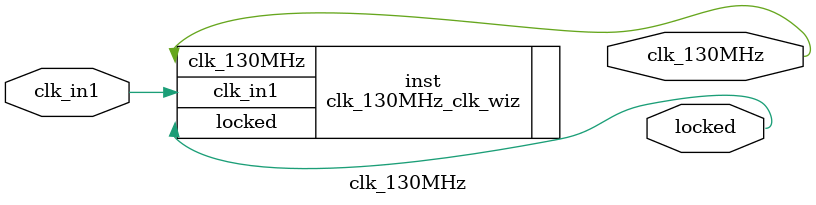
<source format=v>


`timescale 1ps/1ps

(* CORE_GENERATION_INFO = "clk_130MHz,clk_wiz_v6_0_9_0_0,{component_name=clk_130MHz,use_phase_alignment=true,use_min_o_jitter=false,use_max_i_jitter=false,use_dyn_phase_shift=false,use_inclk_switchover=false,use_dyn_reconfig=false,enable_axi=0,feedback_source=FDBK_AUTO,PRIMITIVE=MMCM,num_out_clk=1,clkin1_period=10.000,clkin2_period=10.000,use_power_down=false,use_reset=false,use_locked=true,use_inclk_stopped=false,feedback_type=SINGLE,CLOCK_MGR_TYPE=NA,manual_override=false}" *)

module clk_130MHz 
 (
  // Clock out ports
  output        clk_130MHz,
  // Status and control signals
  output        locked,
 // Clock in ports
  input         clk_in1
 );

  clk_130MHz_clk_wiz inst
  (
  // Clock out ports  
  .clk_130MHz(clk_130MHz),
  // Status and control signals               
  .locked(locked),
 // Clock in ports
  .clk_in1(clk_in1)
  );

endmodule

</source>
